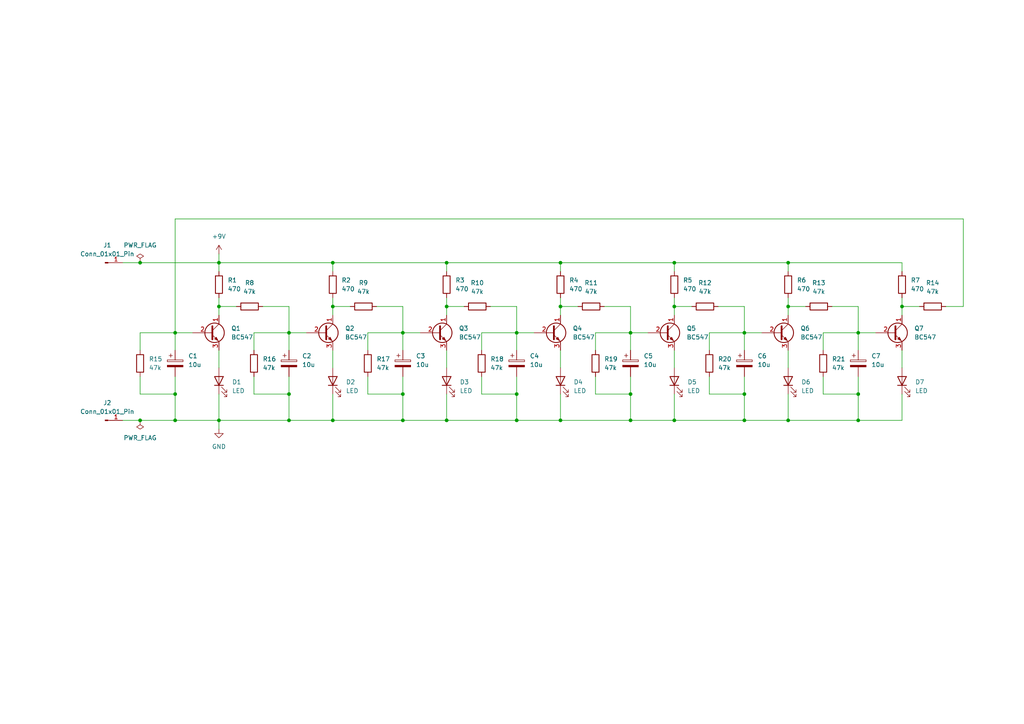
<source format=kicad_sch>
(kicad_sch (version 20230121) (generator eeschema)
  (paper "A4")
  (title_block (title "${acronym} - ${title}") (date "${date}") (rev "${revision}") (company "${company}") (comment 1 "${creator}") (comment 2 "${license}"))
  (lib_symbols
    (symbol "Connector:Conn_01x01_Pin" (pin_names (offset 1.016) hide)
      (property "Reference" "J" (at 0 2.54 0))
      (property "Value" "Conn_01x01_Pin" (at 0 -2.54 0))
      (symbol "Conn_01x01_Pin_1_1"
        (polyline (pts (xy 1.27 0) (xy 0.8636 0)) (stroke (width 0.1524)))
        (rectangle (start 0.8636 0.127) (end 0 -0.127) (stroke (width 0.1524)) (fill (type outline)))
        (pin passive line (at 5.08 0 180) (length 3.81) (name "Pin_1") (number "1"))
      )
    )
    (symbol "Device:C_Polarized" (pin_numbers hide) (pin_names (offset 0.254))
      (property "Reference" "C" (at 0.635 2.54 0))
      (property "Value" "C_Polarized" (at 0.635 -2.54 0))
      (symbol "C_Polarized_0_1"
        (rectangle (start -2.286 0.508) (end 2.286 1.016))
        (polyline (pts (xy -1.778 2.286) (xy -0.762 2.286)))
        (polyline (pts (xy -1.27 2.794) (xy -1.27 1.778)))
        (rectangle (start 2.286 -0.508) (end -2.286 -1.016) (fill (type outline)))
      )
      (symbol "C_Polarized_1_1"
        (pin passive line (at 0 3.81 270) (length 2.794) (name "~") (number "1"))
        (pin passive line (at 0 -3.81 90) (length 2.794) (name "~") (number "2"))
      )
    )
    (symbol "Device:LED" (pin_numbers hide) (pin_names (offset 1.016) hide)
      (property "Reference" "D" (at 0 2.54 0))
      (property "Value" "LED" (at 0 -2.54 0))
      (symbol "LED_0_1"
        (polyline (pts (xy -1.27 -1.27) (xy -1.27 1.27)) (stroke (width 0.254)))
        (polyline (pts (xy -1.27 0) (xy 1.27 0)))
        (polyline (pts (xy 1.27 -1.27) (xy 1.27 1.27) (xy -1.27 0) (xy 1.27 -1.27)) (stroke (width 0.254)))
        (polyline (pts (xy -3.048 -0.762) (xy -4.572 -2.286) (xy -3.81 -2.286) (xy -4.572 -2.286) (xy -4.572 -1.524)))
        (polyline (pts (xy -1.778 -0.762) (xy -3.302 -2.286) (xy -2.54 -2.286) (xy -3.302 -2.286) (xy -3.302 -1.524)))
      )
      (symbol "LED_1_1"
        (pin passive line (at -3.81 0 0) (length 2.54) (name "K") (number "1"))
        (pin passive line (at 3.81 0 180) (length 2.54) (name "A") (number "2"))
      )
    )
    (symbol "Device:Q_NPN_CBE" (pin_names (offset 0) hide)
      (property "Reference" "Q" (at 5.08 1.27 0))
      (property "Value" "Q_NPN_CBE" (at 5.08 -1.27 0))
      (symbol "Q_NPN_CBE_0_1"
        (polyline (pts (xy 0.635 0.635) (xy 2.54 2.54)))
        (polyline (pts (xy 0.635 -0.635) (xy 2.54 -2.54) (xy 2.54 -2.54)))
        (polyline (pts (xy 0.635 1.905) (xy 0.635 -1.905) (xy 0.635 -1.905)) (stroke (width 0.508)))
        (polyline (pts (xy 1.27 -1.778) (xy 1.778 -1.27) (xy 2.286 -2.286) (xy 1.27 -1.778) (xy 1.27 -1.778)) (fill (type outline)))
        (circle (center 1.27 0) (radius 2.8194) (stroke (width 0.254)))
      )
      (symbol "Q_NPN_CBE_1_1"
        (pin passive line (at 2.54 5.08 270) (length 2.54) (name "C") (number "1"))
        (pin input line (at -5.08 0 0) (length 5.715) (name "B") (number "2"))
        (pin passive line (at 2.54 -5.08 90) (length 2.54) (name "E") (number "3"))
      )
    )
    (symbol "Device:R" (pin_numbers hide) (pin_names (offset 0))
      (property "Reference" "R" (at 2.032 0 90))
      (property "Value" "R" (at 0 0 90))
      (symbol "R_0_1"
        (rectangle (start -1.016 -2.54) (end 1.016 2.54) (stroke (width 0.254)))
      )
      (symbol "R_1_1"
        (pin passive line (at 0 3.81 270) (length 1.27) (name "~") (number "1"))
        (pin passive line (at 0 -3.81 90) (length 1.27) (name "~") (number "2"))
      )
    )
    (symbol "power:+9V" (power) (pin_names (offset 0))
      (property "Value" "+9V" (at 0 3.556 0))
      (symbol "+9V_0_1"
        (polyline (pts (xy -0.762 1.27) (xy 0 2.54)))
        (polyline (pts (xy 0 0) (xy 0 2.54)))
        (polyline (pts (xy 0 2.54) (xy 0.762 1.27)))
      )
      (symbol "+9V_1_1"
        (pin power_in line (at 0 0 90) (length 0) hide (name "+9V") (number "1"))
      )
    )
    (symbol "power:GND" (power) (pin_names (offset 0))
      (property "Value" "GND" (at 0 -3.81 0))
      (symbol "GND_0_1"
        (polyline (pts (xy 0 0) (xy 0 -1.27) (xy 1.27 -1.27) (xy 0 -2.54) (xy -1.27 -1.27) (xy 0 -1.27)))
      )
      (symbol "GND_1_1"
        (pin power_in line (at 0 0 270) (length 0) hide (name "GND") (number "1"))
      )
    )
    (symbol "power:PWR_FLAG" (power) (pin_numbers hide) (pin_names (offset 0) hide)
      (property "Value" "PWR_FLAG" (at 0 3.81 0))
      (symbol "PWR_FLAG_0_0"
        (pin power_out line (at 0 0 90) (length 0) (name "pwr") (number "1"))
      )
      (symbol "PWR_FLAG_0_1"
        (polyline (pts (xy 0 0) (xy 0 1.27) (xy -1.016 1.905) (xy 0 2.54) (xy 1.016 1.905) (xy 0 1.27)))
      )
    )
  )
  (junction (at 63.5 76.2))
  (junction (at 63.5 88.9))
  (junction (at 83.82 121.92))
  (junction (at 50.8 114.3))
  (junction (at 182.88 121.92))
  (junction (at 116.84 96.52))
  (junction (at 50.8 96.52))
  (junction (at 116.84 114.3))
  (junction (at 149.86 114.3))
  (junction (at 50.8 121.92))
  (junction (at 96.52 88.9))
  (junction (at 40.64 76.2))
  (junction (at 195.58 88.9))
  (junction (at 63.5 121.92))
  (junction (at 228.6 88.9))
  (junction (at 261.62 88.9))
  (junction (at 129.54 121.92))
  (junction (at 96.52 76.2))
  (junction (at 248.92 114.3))
  (junction (at 40.64 121.92))
  (junction (at 182.88 96.52))
  (junction (at 149.86 96.52))
  (junction (at 116.84 121.92))
  (junction (at 195.58 121.92))
  (junction (at 228.6 121.92))
  (junction (at 248.92 121.92))
  (junction (at 162.56 88.9))
  (junction (at 182.88 114.3))
  (junction (at 215.9 114.3))
  (junction (at 83.82 96.52))
  (junction (at 215.9 121.92))
  (junction (at 228.6 76.2))
  (junction (at 83.82 114.3))
  (junction (at 248.92 96.52))
  (junction (at 149.86 121.92))
  (junction (at 162.56 121.92))
  (junction (at 195.58 76.2))
  (junction (at 96.52 121.92))
  (junction (at 129.54 88.9))
  (junction (at 215.9 96.52))
  (junction (at 129.54 76.2))
  (junction (at 162.56 76.2))
  (wire (pts (xy 50.8 63.5) (xy 279.4 63.5)))
  (wire (pts (xy 129.54 88.9) (xy 134.62 88.9)))
  (wire (pts (xy 149.86 114.3) (xy 149.86 121.92)))
  (wire (pts (xy 220.98 96.52) (xy 215.9 96.52)))
  (wire (pts (xy 162.56 88.9) (xy 167.64 88.9)))
  (wire (pts (xy 261.62 101.6) (xy 261.62 106.68)))
  (wire (pts (xy 139.7 109.22) (xy 139.7 114.3)))
  (wire (pts (xy 182.88 121.92) (xy 195.58 121.92)))
  (wire (pts (xy 241.3 88.9) (xy 248.92 88.9)))
  (wire (pts (xy 149.86 121.92) (xy 162.56 121.92)))
  (wire (pts (xy 228.6 121.92) (xy 248.92 121.92)))
  (wire (pts (xy 228.6 101.6) (xy 228.6 106.68)))
  (wire (pts (xy 195.58 88.9) (xy 200.66 88.9)))
  (wire (pts (xy 274.32 88.9) (xy 279.4 88.9)))
  (wire (pts (xy 162.56 101.6) (xy 162.56 106.68)))
  (wire (pts (xy 88.9 96.52) (xy 83.82 96.52)))
  (wire (pts (xy 116.84 88.9) (xy 116.84 96.52)))
  (wire (pts (xy 248.92 96.52) (xy 238.76 96.52)))
  (wire (pts (xy 83.82 109.22) (xy 83.82 114.3)))
  (wire (pts (xy 83.82 114.3) (xy 83.82 121.92)))
  (wire (pts (xy 195.58 114.3) (xy 195.58 121.92)))
  (wire (pts (xy 162.56 76.2) (xy 195.58 76.2)))
  (wire (pts (xy 215.9 114.3) (xy 215.9 121.92)))
  (wire (pts (xy 182.88 96.52) (xy 172.72 96.52)))
  (wire (pts (xy 228.6 86.36) (xy 228.6 88.9)))
  (wire (pts (xy 50.8 96.52) (xy 50.8 101.6)))
  (wire (pts (xy 83.82 96.52) (xy 83.82 101.6)))
  (wire (pts (xy 162.56 121.92) (xy 182.88 121.92)))
  (wire (pts (xy 40.64 96.52) (xy 40.64 101.6)))
  (wire (pts (xy 182.88 114.3) (xy 182.88 121.92)))
  (wire (pts (xy 215.9 109.22) (xy 215.9 114.3)))
  (wire (pts (xy 172.72 96.52) (xy 172.72 101.6)))
  (wire (pts (xy 63.5 88.9) (xy 68.58 88.9)))
  (wire (pts (xy 96.52 76.2) (xy 129.54 76.2)))
  (wire (pts (xy 228.6 88.9) (xy 233.68 88.9)))
  (wire (pts (xy 248.92 96.52) (xy 248.92 101.6)))
  (wire (pts (xy 73.66 109.22) (xy 73.66 114.3)))
  (wire (pts (xy 129.54 86.36) (xy 129.54 88.9)))
  (wire (pts (xy 83.82 121.92) (xy 96.52 121.92)))
  (wire (pts (xy 96.52 101.6) (xy 96.52 106.68)))
  (wire (pts (xy 50.8 121.92) (xy 63.5 121.92)))
  (wire (pts (xy 73.66 114.3) (xy 83.82 114.3)))
  (wire (pts (xy 248.92 121.92) (xy 261.62 121.92)))
  (wire (pts (xy 228.6 88.9) (xy 228.6 91.44)))
  (wire (pts (xy 195.58 86.36) (xy 195.58 88.9)))
  (wire (pts (xy 162.56 76.2) (xy 162.56 78.74)))
  (wire (pts (xy 106.68 109.22) (xy 106.68 114.3)))
  (wire (pts (xy 96.52 121.92) (xy 116.84 121.92)))
  (wire (pts (xy 129.54 76.2) (xy 162.56 76.2)))
  (wire (pts (xy 116.84 96.52) (xy 106.68 96.52)))
  (wire (pts (xy 162.56 88.9) (xy 162.56 91.44)))
  (wire (pts (xy 63.5 73.66) (xy 63.5 76.2)))
  (wire (pts (xy 50.8 63.5) (xy 50.8 96.52)))
  (wire (pts (xy 154.94 96.52) (xy 149.86 96.52)))
  (wire (pts (xy 63.5 86.36) (xy 63.5 88.9)))
  (wire (pts (xy 40.64 109.22) (xy 40.64 114.3)))
  (wire (pts (xy 35.56 121.92) (xy 40.64 121.92)))
  (wire (pts (xy 116.84 114.3) (xy 116.84 121.92)))
  (wire (pts (xy 195.58 76.2) (xy 228.6 76.2)))
  (wire (pts (xy 279.4 63.5) (xy 279.4 88.9)))
  (wire (pts (xy 129.54 101.6) (xy 129.54 106.68)))
  (wire (pts (xy 63.5 121.92) (xy 83.82 121.92)))
  (wire (pts (xy 248.92 114.3) (xy 248.92 121.92)))
  (wire (pts (xy 205.74 114.3) (xy 215.9 114.3)))
  (wire (pts (xy 106.68 96.52) (xy 106.68 101.6)))
  (wire (pts (xy 208.28 88.9) (xy 215.9 88.9)))
  (wire (pts (xy 215.9 96.52) (xy 205.74 96.52)))
  (wire (pts (xy 149.86 96.52) (xy 149.86 101.6)))
  (wire (pts (xy 63.5 88.9) (xy 63.5 91.44)))
  (wire (pts (xy 142.24 88.9) (xy 149.86 88.9)))
  (wire (pts (xy 106.68 114.3) (xy 116.84 114.3)))
  (wire (pts (xy 116.84 96.52) (xy 116.84 101.6)))
  (wire (pts (xy 96.52 88.9) (xy 96.52 91.44)))
  (wire (pts (xy 149.86 88.9) (xy 149.86 96.52)))
  (wire (pts (xy 63.5 114.3) (xy 63.5 121.92)))
  (wire (pts (xy 172.72 114.3) (xy 182.88 114.3)))
  (wire (pts (xy 139.7 96.52) (xy 139.7 101.6)))
  (wire (pts (xy 195.58 121.92) (xy 215.9 121.92)))
  (wire (pts (xy 116.84 121.92) (xy 129.54 121.92)))
  (wire (pts (xy 63.5 76.2) (xy 96.52 76.2)))
  (wire (pts (xy 195.58 101.6) (xy 195.58 106.68)))
  (wire (pts (xy 261.62 88.9) (xy 266.7 88.9)))
  (wire (pts (xy 205.74 96.52) (xy 205.74 101.6)))
  (wire (pts (xy 63.5 121.92) (xy 63.5 124.46)))
  (wire (pts (xy 238.76 114.3) (xy 248.92 114.3)))
  (wire (pts (xy 182.88 96.52) (xy 182.88 101.6)))
  (wire (pts (xy 50.8 109.22) (xy 50.8 114.3)))
  (wire (pts (xy 149.86 96.52) (xy 139.7 96.52)))
  (wire (pts (xy 40.64 121.92) (xy 50.8 121.92)))
  (wire (pts (xy 76.2 88.9) (xy 83.82 88.9)))
  (wire (pts (xy 172.72 109.22) (xy 172.72 114.3)))
  (wire (pts (xy 83.82 88.9) (xy 83.82 96.52)))
  (wire (pts (xy 116.84 109.22) (xy 116.84 114.3)))
  (wire (pts (xy 182.88 109.22) (xy 182.88 114.3)))
  (wire (pts (xy 35.56 76.2) (xy 40.64 76.2)))
  (wire (pts (xy 187.96 96.52) (xy 182.88 96.52)))
  (wire (pts (xy 149.86 109.22) (xy 149.86 114.3)))
  (wire (pts (xy 215.9 88.9) (xy 215.9 96.52)))
  (wire (pts (xy 175.26 88.9) (xy 182.88 88.9)))
  (wire (pts (xy 40.64 114.3) (xy 50.8 114.3)))
  (wire (pts (xy 195.58 88.9) (xy 195.58 91.44)))
  (wire (pts (xy 195.58 76.2) (xy 195.58 78.74)))
  (wire (pts (xy 109.22 88.9) (xy 116.84 88.9)))
  (wire (pts (xy 248.92 109.22) (xy 248.92 114.3)))
  (wire (pts (xy 55.88 96.52) (xy 50.8 96.52)))
  (wire (pts (xy 162.56 86.36) (xy 162.56 88.9)))
  (wire (pts (xy 83.82 96.52) (xy 73.66 96.52)))
  (wire (pts (xy 238.76 96.52) (xy 238.76 101.6)))
  (wire (pts (xy 129.54 88.9) (xy 129.54 91.44)))
  (wire (pts (xy 205.74 109.22) (xy 205.74 114.3)))
  (wire (pts (xy 96.52 76.2) (xy 96.52 78.74)))
  (wire (pts (xy 228.6 114.3) (xy 228.6 121.92)))
  (wire (pts (xy 215.9 96.52) (xy 215.9 101.6)))
  (wire (pts (xy 129.54 76.2) (xy 129.54 78.74)))
  (wire (pts (xy 63.5 76.2) (xy 63.5 78.74)))
  (wire (pts (xy 228.6 76.2) (xy 228.6 78.74)))
  (wire (pts (xy 139.7 114.3) (xy 149.86 114.3)))
  (wire (pts (xy 40.64 76.2) (xy 63.5 76.2)))
  (wire (pts (xy 50.8 96.52) (xy 40.64 96.52)))
  (wire (pts (xy 129.54 114.3) (xy 129.54 121.92)))
  (wire (pts (xy 215.9 121.92) (xy 228.6 121.92)))
  (wire (pts (xy 73.66 96.52) (xy 73.66 101.6)))
  (wire (pts (xy 96.52 88.9) (xy 101.6 88.9)))
  (wire (pts (xy 261.62 76.2) (xy 261.62 78.74)))
  (wire (pts (xy 254 96.52) (xy 248.92 96.52)))
  (wire (pts (xy 261.62 88.9) (xy 261.62 91.44)))
  (wire (pts (xy 261.62 114.3) (xy 261.62 121.92)))
  (wire (pts (xy 238.76 109.22) (xy 238.76 114.3)))
  (wire (pts (xy 248.92 88.9) (xy 248.92 96.52)))
  (wire (pts (xy 261.62 86.36) (xy 261.62 88.9)))
  (wire (pts (xy 63.5 101.6) (xy 63.5 106.68)))
  (wire (pts (xy 121.92 96.52) (xy 116.84 96.52)))
  (wire (pts (xy 228.6 76.2) (xy 261.62 76.2)))
  (wire (pts (xy 96.52 114.3) (xy 96.52 121.92)))
  (wire (pts (xy 129.54 121.92) (xy 149.86 121.92)))
  (wire (pts (xy 182.88 88.9) (xy 182.88 96.52)))
  (wire (pts (xy 50.8 114.3) (xy 50.8 121.92)))
  (wire (pts (xy 96.52 86.36) (xy 96.52 88.9)))
  (wire (pts (xy 162.56 114.3) (xy 162.56 121.92)))
  (symbol (lib_id "Device:R") (at 228.6 82.55 0) (unit 1)
    (property "Reference" "R6" (at 231.14 81.2799 0) (effects (justify left)))
    (property "Value" "470" (at 231.14 83.8199 0) (effects (justify left)))
    (property "Footprint" "Resistor_THT:R_Axial_DIN0207_L6.3mm_D2.5mm_P10.16mm_Horizontal" (effects hide))
    (property "Vendor" "HTL" (effects hide))
    (property "VendorId" "102795" (effects hide))
  )
  (symbol (lib_id "Device:R") (at 129.54 82.55 0) (unit 1)
    (property "Reference" "R3" (at 132.08 81.2799 0) (effects (justify left)))
    (property "Value" "470" (at 132.08 83.8199 0) (effects (justify left)))
    (property "Footprint" "Resistor_THT:R_Axial_DIN0207_L6.3mm_D2.5mm_P10.16mm_Horizontal" (effects hide))
    (property "Vendor" "HTL" (effects hide))
    (property "VendorId" "102795" (effects hide))
  )
  (symbol (lib_id "Device:R") (at 139.7 105.41 0) (unit 1)
    (property "Reference" "R18" (at 142.24 104.1399 0) (effects (justify left)))
    (property "Value" "47k" (at 142.24 106.6799 0) (effects (justify left)))
    (property "Footprint" "Resistor_THT:R_Axial_DIN0207_L6.3mm_D2.5mm_P10.16mm_Horizontal" (effects hide))
    (property "Vendor" "HTL" (effects hide))
    (property "VendorId" "102820" (effects hide))
  )
  (symbol (lib_id "Device:LED") (at 162.56 110.49 90) (unit 1)
    (property "Reference" "D4" (at 166.37 110.8074 90) (effects (justify right)))
    (property "Value" "LED" (at 166.37 113.3474 90) (effects (justify right)))
    (property "Footprint" "Connector_PinSocket_2.54mm:PinSocket_1x02_P2.54mm_Vertical" (effects hide))
    (property "Vendor" "HTL" (effects hide))
    (property "VendorId" "2 x 100448, 2 x 100447,  2 x 100446, 2 x 100449, 102855" (effects hide))
  )
  (symbol (lib_id "Device:R") (at 261.62 82.55 0) (unit 1)
    (property "Reference" "R7" (at 264.16 81.2799 0) (effects (justify left)))
    (property "Value" "470" (at 264.16 83.8199 0) (effects (justify left)))
    (property "Footprint" "Resistor_THT:R_Axial_DIN0207_L6.3mm_D2.5mm_P10.16mm_Horizontal" (effects hide))
    (property "Vendor" "HTL" (effects hide))
    (property "VendorId" "102795" (effects hide))
  )
  (symbol (lib_id "Device:R") (at 138.43 88.9 90) (unit 1)
    (property "Reference" "R10" (at 138.43 82.042 90))
    (property "Value" "47k" (at 138.43 84.582 90))
    (property "Footprint" "Resistor_THT:R_Axial_DIN0207_L6.3mm_D2.5mm_P10.16mm_Horizontal" (effects hide))
    (property "Vendor" "HTL" (effects hide))
    (property "VendorId" "102820" (effects hide))
  )
  (symbol (lib_id "Device:R") (at 171.45 88.9 90) (unit 1)
    (property "Reference" "R11" (at 171.45 82.042 90))
    (property "Value" "47k" (at 171.45 84.582 90))
    (property "Footprint" "Resistor_THT:R_Axial_DIN0207_L6.3mm_D2.5mm_P10.16mm_Horizontal" (effects hide))
    (property "Vendor" "HTL" (effects hide))
    (property "VendorId" "102820" (effects hide))
  )
  (symbol (lib_id "Device:C_Polarized") (at 149.86 105.41 0) (unit 1)
    (property "Reference" "C4" (at 153.67 103.2509 0) (effects (justify left)))
    (property "Value" "10u" (at 153.67 105.7909 0) (effects (justify left)))
    (property "Footprint" "Capacitor_THT:CP_Radial_D5.0mm_P2.50mm" (effects hide))
    (property "Vendor" "HTL" (effects hide))
    (property "VendorId" "100353" (effects hide))
  )
  (symbol (lib_id "Device:R") (at 204.47 88.9 90) (unit 1)
    (property "Reference" "R12" (at 204.47 82.042 90))
    (property "Value" "47k" (at 204.47 84.582 90))
    (property "Footprint" "Resistor_THT:R_Axial_DIN0207_L6.3mm_D2.5mm_P10.16mm_Horizontal" (effects hide))
    (property "Vendor" "HTL" (effects hide))
    (property "VendorId" "102820" (effects hide))
  )
  (symbol (lib_id "Device:C_Polarized") (at 215.9 105.41 0) (unit 1)
    (property "Reference" "C6" (at 219.71 103.2509 0) (effects (justify left)))
    (property "Value" "10u" (at 219.71 105.7909 0) (effects (justify left)))
    (property "Footprint" "Capacitor_THT:CP_Radial_D5.0mm_P2.50mm" (effects hide))
    (property "Vendor" "HTL" (effects hide))
    (property "VendorId" "100353" (effects hide))
  )
  (symbol (lib_id "Device:Q_NPN_CBE") (at 93.98 96.52 0) (unit 1)
    (property "Reference" "Q2" (at 100.076 95.2499 0) (effects (justify left)))
    (property "Value" "BC547" (at 100.076 97.7899 0) (effects (justify left)))
    (property "Footprint" "Package_TO_SOT_THT:TO-92_Inline_Wide" (effects hide))
    (property "Vendor" "HTL" (effects hide))
    (property "VendorId" "100215" (effects hide))
  )
  (symbol (lib_id "Device:Q_NPN_CBE") (at 160.02 96.52 0) (unit 1)
    (property "Reference" "Q4" (at 166.116 95.2499 0) (effects (justify left)))
    (property "Value" "BC547" (at 166.116 97.7899 0) (effects (justify left)))
    (property "Footprint" "Package_TO_SOT_THT:TO-92_Inline_Wide" (effects hide))
    (property "Vendor" "HTL" (effects hide))
    (property "VendorId" "100215" (effects hide))
  )
  (symbol (lib_id "Device:R") (at 270.51 88.9 90) (unit 1)
    (property "Reference" "R14" (at 270.51 82.042 90))
    (property "Value" "47k" (at 270.51 84.582 90))
    (property "Footprint" "Resistor_THT:R_Axial_DIN0207_L6.3mm_D2.5mm_P10.16mm_Horizontal" (effects hide))
    (property "Vendor" "HTL" (effects hide))
    (property "VendorId" "102820" (effects hide))
  )
  (symbol (lib_id "Device:R") (at 73.66 105.41 0) (unit 1)
    (property "Reference" "R16" (at 76.2 104.1399 0) (effects (justify left)))
    (property "Value" "47k" (at 76.2 106.6799 0) (effects (justify left)))
    (property "Footprint" "Resistor_THT:R_Axial_DIN0207_L6.3mm_D2.5mm_P10.16mm_Horizontal" (effects hide))
    (property "Vendor" "HTL" (effects hide))
    (property "VendorId" "102820" (effects hide))
  )
  (symbol (lib_id "Device:Q_NPN_CBE") (at 60.96 96.52 0) (unit 1)
    (property "Reference" "Q1" (at 67.056 95.2499 0) (effects (justify left)))
    (property "Value" "BC547" (at 67.056 97.7899 0) (effects (justify left)))
    (property "Footprint" "Package_TO_SOT_THT:TO-92_Inline_Wide" (effects hide))
    (property "Vendor" "HTL" (effects hide))
    (property "VendorId" "100215" (effects hide))
  )
  (symbol (lib_id "power:GND") (at 63.5 124.46 0) (unit 1)
    (property "Reference" "#PWR02" (effects hide))
    (property "Value" "GND" (at 63.5 129.54 0))
  )
  (symbol (lib_id "Device:C_Polarized") (at 116.84 105.41 0) (unit 1)
    (property "Reference" "C3" (at 120.65 103.2509 0) (effects (justify left)))
    (property "Value" "10u" (at 120.65 105.7909 0) (effects (justify left)))
    (property "Footprint" "Capacitor_THT:CP_Radial_D5.0mm_P2.50mm" (effects hide))
    (property "Vendor" "HTL" (effects hide))
    (property "VendorId" "100353" (effects hide))
  )
  (symbol (lib_id "Device:C_Polarized") (at 83.82 105.41 0) (unit 1)
    (property "Reference" "C2" (at 87.63 103.2509 0) (effects (justify left)))
    (property "Value" "10u" (at 87.63 105.7909 0) (effects (justify left)))
    (property "Footprint" "Capacitor_THT:CP_Radial_D5.0mm_P2.50mm" (effects hide))
    (property "Vendor" "HTL" (effects hide))
    (property "VendorId" "100353" (effects hide))
  )
  (symbol (lib_id "Device:R") (at 172.72 105.41 0) (unit 1)
    (property "Reference" "R19" (at 175.26 104.1399 0) (effects (justify left)))
    (property "Value" "47k" (at 175.26 106.6799 0) (effects (justify left)))
    (property "Footprint" "Resistor_THT:R_Axial_DIN0207_L6.3mm_D2.5mm_P10.16mm_Horizontal" (effects hide))
    (property "Vendor" "HTL" (effects hide))
    (property "VendorId" "102820" (effects hide))
  )
  (symbol (lib_id "Device:R") (at 162.56 82.55 0) (unit 1)
    (property "Reference" "R4" (at 165.1 81.2799 0) (effects (justify left)))
    (property "Value" "470" (at 165.1 83.8199 0) (effects (justify left)))
    (property "Footprint" "Resistor_THT:R_Axial_DIN0207_L6.3mm_D2.5mm_P10.16mm_Horizontal" (effects hide))
    (property "Vendor" "HTL" (effects hide))
    (property "VendorId" "102795" (effects hide))
  )
  (symbol (lib_id "Device:R") (at 237.49 88.9 90) (unit 1)
    (property "Reference" "R13" (at 237.49 82.042 90))
    (property "Value" "47k" (at 237.49 84.582 90))
    (property "Footprint" "Resistor_THT:R_Axial_DIN0207_L6.3mm_D2.5mm_P10.16mm_Horizontal" (effects hide))
    (property "Vendor" "HTL" (effects hide))
    (property "VendorId" "102820" (effects hide))
  )
  (symbol (lib_id "Connector:Conn_01x01_Pin") (at 30.48 76.2 0) (unit 1)
    (property "Reference" "J1" (at 31.115 71.12 0))
    (property "Value" "Conn_01x01_Pin" (at 31.115 73.66 0))
    (property "Footprint" "Connector_Pin:Pin_D0.9mm_L10.0mm_W2.4mm_FlatFork" (effects hide))
    (property "Vendor" "HTL" (effects hide))
    (property "VendorId" "101521" (effects hide))
  )
  (symbol (lib_id "Device:C_Polarized") (at 50.8 105.41 0) (unit 1)
    (property "Reference" "C1" (at 54.61 103.2509 0) (effects (justify left)))
    (property "Value" "10u" (at 54.61 105.7909 0) (effects (justify left)))
    (property "Footprint" "Capacitor_THT:CP_Radial_D5.0mm_P2.50mm" (effects hide))
    (property "Vendor" "HTL" (effects hide))
    (property "VendorId" "100353" (effects hide))
  )
  (symbol (lib_id "Device:R") (at 238.76 105.41 0) (unit 1)
    (property "Reference" "R21" (at 241.3 104.1399 0) (effects (justify left)))
    (property "Value" "47k" (at 241.3 106.6799 0) (effects (justify left)))
    (property "Footprint" "Resistor_THT:R_Axial_DIN0207_L6.3mm_D2.5mm_P10.16mm_Horizontal" (effects hide))
    (property "Vendor" "HTL" (effects hide))
    (property "VendorId" "102820" (effects hide))
  )
  (symbol (lib_id "Device:Q_NPN_CBE") (at 259.08 96.52 0) (unit 1)
    (property "Reference" "Q7" (at 265.176 95.2499 0) (effects (justify left)))
    (property "Value" "BC547" (at 265.176 97.7899 0) (effects (justify left)))
    (property "Footprint" "Package_TO_SOT_THT:TO-92_Inline_Wide" (effects hide))
    (property "Vendor" "HTL" (effects hide))
    (property "VendorId" "100215" (effects hide))
  )
  (symbol (lib_id "Device:R") (at 40.64 105.41 0) (unit 1)
    (property "Reference" "R15" (at 43.18 104.1399 0) (effects (justify left)))
    (property "Value" "47k" (at 43.18 106.6799 0) (effects (justify left)))
    (property "Footprint" "Resistor_THT:R_Axial_DIN0207_L6.3mm_D2.5mm_P10.16mm_Horizontal" (effects hide))
    (property "Vendor" "HTL" (effects hide))
    (property "VendorId" "102820" (effects hide))
  )
  (symbol (lib_id "Device:LED") (at 261.62 110.49 90) (unit 1)
    (property "Reference" "D7" (at 265.43 110.8074 90) (effects (justify right)))
    (property "Value" "LED" (at 265.43 113.3474 90) (effects (justify right)))
    (property "Footprint" "Connector_PinSocket_2.54mm:PinSocket_1x02_P2.54mm_Vertical" (effects hide))
    (property "Vendor" "HTL" (effects hide))
    (property "VendorId" "2 x 100448, 2 x 100447,  2 x 100446, 2 x 100449, 102855" (effects hide))
  )
  (symbol (lib_id "Device:C_Polarized") (at 182.88 105.41 0) (unit 1)
    (property "Reference" "C5" (at 186.69 103.2509 0) (effects (justify left)))
    (property "Value" "10u" (at 186.69 105.7909 0) (effects (justify left)))
    (property "Footprint" "Capacitor_THT:CP_Radial_D5.0mm_P2.50mm" (effects hide))
    (property "Vendor" "HTL" (effects hide))
    (property "VendorId" "100353" (effects hide))
  )
  (symbol (lib_id "Device:R") (at 205.74 105.41 0) (unit 1)
    (property "Reference" "R20" (at 208.28 104.1399 0) (effects (justify left)))
    (property "Value" "47k" (at 208.28 106.6799 0) (effects (justify left)))
    (property "Footprint" "Resistor_THT:R_Axial_DIN0207_L6.3mm_D2.5mm_P10.16mm_Horizontal" (effects hide))
    (property "Vendor" "HTL" (effects hide))
    (property "VendorId" "102820" (effects hide))
  )
  (symbol (lib_id "power:PWR_FLAG") (at 40.64 121.92 180) (unit 1)
    (property "Reference" "#FLG0101" (effects hide))
    (property "Value" "PWR_FLAG" (at 40.64 127 0))
  )
  (symbol (lib_id "Device:LED") (at 195.58 110.49 90) (unit 1)
    (property "Reference" "D5" (at 199.39 110.8074 90) (effects (justify right)))
    (property "Value" "LED" (at 199.39 113.3474 90) (effects (justify right)))
    (property "Footprint" "Connector_PinSocket_2.54mm:PinSocket_1x02_P2.54mm_Vertical" (effects hide))
    (property "Vendor" "HTL" (effects hide))
    (property "VendorId" "2 x 100448, 2 x 100447,  2 x 100446, 2 x 100449, 102855" (effects hide))
  )
  (symbol (lib_id "Device:Q_NPN_CBE") (at 226.06 96.52 0) (unit 1)
    (property "Reference" "Q6" (at 232.156 95.2499 0) (effects (justify left)))
    (property "Value" "BC547" (at 232.156 97.7899 0) (effects (justify left)))
    (property "Footprint" "Package_TO_SOT_THT:TO-92_Inline_Wide" (effects hide))
    (property "Vendor" "HTL" (effects hide))
    (property "VendorId" "100215" (effects hide))
  )
  (symbol (lib_id "Device:R") (at 72.39 88.9 90) (unit 1)
    (property "Reference" "R8" (at 72.39 82.042 90))
    (property "Value" "47k" (at 72.39 84.582 90))
    (property "Footprint" "Resistor_THT:R_Axial_DIN0207_L6.3mm_D2.5mm_P10.16mm_Horizontal" (effects hide))
    (property "Vendor" "HTL" (effects hide))
    (property "VendorId" "102820" (effects hide))
  )
  (symbol (lib_id "Device:R") (at 105.41 88.9 90) (unit 1)
    (property "Reference" "R9" (at 105.41 82.042 90))
    (property "Value" "47k" (at 105.41 84.582 90))
    (property "Footprint" "Resistor_THT:R_Axial_DIN0207_L6.3mm_D2.5mm_P10.16mm_Horizontal" (effects hide))
    (property "Vendor" "HTL" (effects hide))
    (property "VendorId" "102820" (effects hide))
  )
  (symbol (lib_id "Device:LED") (at 96.52 110.49 90) (unit 1)
    (property "Reference" "D2" (at 100.33 110.8074 90) (effects (justify right)))
    (property "Value" "LED" (at 100.33 113.3474 90) (effects (justify right)))
    (property "Footprint" "Connector_PinSocket_2.54mm:PinSocket_1x02_P2.54mm_Vertical" (effects hide))
    (property "Vendor" "HTL" (effects hide))
    (property "VendorId" "2 x 100448, 2 x 100447,  2 x 100446, 2 x 100449, 102855" (effects hide))
  )
  (symbol (lib_id "Device:LED") (at 129.54 110.49 90) (unit 1)
    (property "Reference" "D3" (at 133.35 110.8074 90) (effects (justify right)))
    (property "Value" "LED" (at 133.35 113.3474 90) (effects (justify right)))
    (property "Footprint" "Connector_PinSocket_2.54mm:PinSocket_1x02_P2.54mm_Vertical" (effects hide))
    (property "Vendor" "HTL" (effects hide))
    (property "VendorId" "2 x 100448, 2 x 100447,  2 x 100446, 2 x 100449, 102855" (effects hide))
  )
  (symbol (lib_id "Device:LED") (at 63.5 110.49 90) (unit 1)
    (property "Reference" "D1" (at 67.31 110.8074 90) (effects (justify right)))
    (property "Value" "LED" (at 67.31 113.3474 90) (effects (justify right)))
    (property "Footprint" "Connector_PinSocket_2.54mm:PinSocket_1x02_P2.54mm_Vertical" (effects hide))
    (property "Vendor" "HTL" (effects hide))
    (property "VendorId" "2 x 100448, 2 x 100447,  2 x 100446, 2 x 100449, 102855" (effects hide))
  )
  (symbol (lib_id "Device:Q_NPN_CBE") (at 127 96.52 0) (unit 1)
    (property "Reference" "Q3" (at 133.096 95.2499 0) (effects (justify left)))
    (property "Value" "BC547" (at 133.096 97.7899 0) (effects (justify left)))
    (property "Footprint" "Package_TO_SOT_THT:TO-92_Inline_Wide" (effects hide))
    (property "Vendor" "HTL" (effects hide))
    (property "VendorId" "100215" (effects hide))
  )
  (symbol (lib_id "power:+9V") (at 63.5 73.66 0) (unit 1)
    (property "Reference" "#PWR01" (effects hide))
    (property "Value" "+9V" (at 63.5 68.58 0))
  )
  (symbol (lib_id "Connector:Conn_01x01_Pin") (at 30.48 121.92 0) (unit 1)
    (property "Reference" "J2" (at 31.115 116.84 0))
    (property "Value" "Conn_01x01_Pin" (at 31.115 119.38 0))
    (property "Footprint" "Connector_Pin:Pin_D0.9mm_L10.0mm_W2.4mm_FlatFork" (effects hide))
    (property "Vendor" "HTL" (effects hide))
    (property "VendorId" "101521" (effects hide))
  )
  (symbol (lib_id "Device:C_Polarized") (at 248.92 105.41 0) (unit 1)
    (property "Reference" "C7" (at 252.73 103.2509 0) (effects (justify left)))
    (property "Value" "10u" (at 252.73 105.7909 0) (effects (justify left)))
    (property "Footprint" "Capacitor_THT:CP_Radial_D5.0mm_P2.50mm" (effects hide))
    (property "Vendor" "HTL" (effects hide))
    (property "VendorId" "100353" (effects hide))
  )
  (symbol (lib_id "Device:R") (at 96.52 82.55 0) (unit 1)
    (property "Reference" "R2" (at 99.06 81.2799 0) (effects (justify left)))
    (property "Value" "470" (at 99.06 83.8199 0) (effects (justify left)))
    (property "Footprint" "Resistor_THT:R_Axial_DIN0207_L6.3mm_D2.5mm_P10.16mm_Horizontal" (effects hide))
    (property "Vendor" "HTL" (effects hide))
    (property "VendorId" "102795" (effects hide))
  )
  (symbol (lib_id "Device:Q_NPN_CBE") (at 193.04 96.52 0) (unit 1)
    (property "Reference" "Q5" (at 199.136 95.2499 0) (effects (justify left)))
    (property "Value" "BC547" (at 199.136 97.7899 0) (effects (justify left)))
    (property "Footprint" "Package_TO_SOT_THT:TO-92_Inline_Wide" (effects hide))
    (property "Vendor" "HTL" (effects hide))
    (property "VendorId" "100215" (effects hide))
  )
  (symbol (lib_id "power:PWR_FLAG") (at 40.64 76.2 0) (unit 1)
    (property "Reference" "#FLG0102" (effects hide))
    (property "Value" "PWR_FLAG" (at 40.64 71.12 0))
  )
  (symbol (lib_id "Device:R") (at 195.58 82.55 0) (unit 1)
    (property "Reference" "R5" (at 198.12 81.2799 0) (effects (justify left)))
    (property "Value" "470" (at 198.12 83.8199 0) (effects (justify left)))
    (property "Footprint" "Resistor_THT:R_Axial_DIN0207_L6.3mm_D2.5mm_P10.16mm_Horizontal" (effects hide))
    (property "Vendor" "HTL" (effects hide))
    (property "VendorId" "102795" (effects hide))
  )
  (symbol (lib_id "Device:R") (at 106.68 105.41 0) (unit 1)
    (property "Reference" "R17" (at 109.22 104.1399 0) (effects (justify left)))
    (property "Value" "47k" (at 109.22 106.6799 0) (effects (justify left)))
    (property "Footprint" "Resistor_THT:R_Axial_DIN0207_L6.3mm_D2.5mm_P10.16mm_Horizontal" (effects hide))
    (property "Vendor" "HTL" (effects hide))
    (property "VendorId" "102820" (effects hide))
  )
  (symbol (lib_id "Device:R") (at 63.5 82.55 0) (unit 1)
    (property "Reference" "R1" (at 66.04 81.2799 0) (effects (justify left)))
    (property "Value" "470" (at 66.04 83.8199 0) (effects (justify left)))
    (property "Footprint" "Resistor_THT:R_Axial_DIN0207_L6.3mm_D2.5mm_P10.16mm_Horizontal" (effects hide))
    (property "Vendor" "HTL" (effects hide))
    (property "VendorId" "102795" (effects hide))
  )
  (symbol (lib_id "Device:LED") (at 228.6 110.49 90) (unit 1)
    (property "Reference" "D6" (at 232.41 110.8074 90) (effects (justify right)))
    (property "Value" "LED" (at 232.41 113.3474 90) (effects (justify right)))
    (property "Footprint" "Connector_PinSocket_2.54mm:PinSocket_1x02_P2.54mm_Vertical" (effects hide))
    (property "Vendor" "HTL" (effects hide))
    (property "VendorId" "2 x 100448, 2 x 100447,  2 x 100446, 2 x 100449, 102855" (effects hide))
  )
)
</source>
